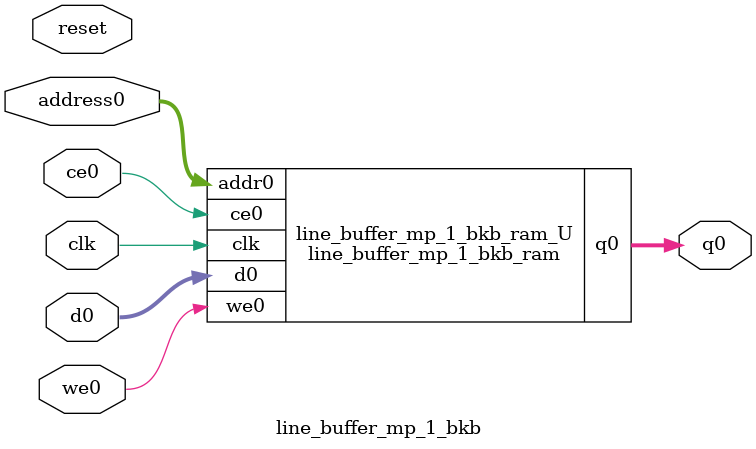
<source format=v>

`timescale 1 ns / 1 ps
module line_buffer_mp_1_bkb_ram (addr0, ce0, d0, we0, q0,  clk);

parameter DWIDTH = 16;
parameter AWIDTH = 13;
parameter MEM_SIZE = 8192;

input[AWIDTH-1:0] addr0;
input ce0;
input[DWIDTH-1:0] d0;
input we0;
output reg[DWIDTH-1:0] q0;
input clk;

(* ram_style = "block" *)reg [DWIDTH-1:0] ram[0:MEM_SIZE-1];




always @(posedge clk)  
begin 
    if (ce0) 
    begin
        if (we0) 
        begin 
            ram[addr0] <= d0; 
            q0 <= d0;
        end 
        else 
            q0 <= ram[addr0];
    end
end


endmodule


`timescale 1 ns / 1 ps
module line_buffer_mp_1_bkb(
    reset,
    clk,
    address0,
    ce0,
    we0,
    d0,
    q0);

parameter DataWidth = 32'd16;
parameter AddressRange = 32'd8192;
parameter AddressWidth = 32'd13;
input reset;
input clk;
input[AddressWidth - 1:0] address0;
input ce0;
input we0;
input[DataWidth - 1:0] d0;
output[DataWidth - 1:0] q0;



line_buffer_mp_1_bkb_ram line_buffer_mp_1_bkb_ram_U(
    .clk( clk ),
    .addr0( address0 ),
    .ce0( ce0 ),
    .d0( d0 ),
    .we0( we0 ),
    .q0( q0 ));

endmodule


</source>
